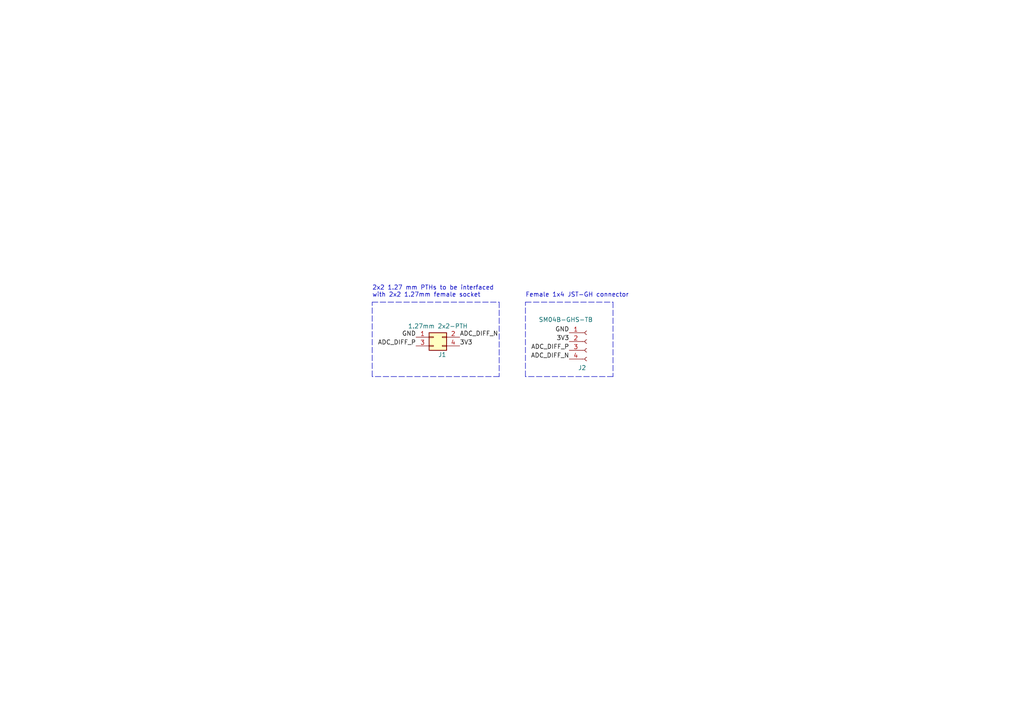
<source format=kicad_sch>
(kicad_sch (version 20211123) (generator eeschema)
  (paper "A4")
  (title_block (title "2x2 1.27mm socket to JST-GH Analog Adapter board") (date "2021-11-28") (rev "1") (comment 1 "Designed for AISLER 2-Layer Service") (comment 3 "Nguyen Vincent"))
  (lib_symbols
    (symbol "Connector:Conn_01x04_Female" (pin_names (offset 1.016) hide)
      (property "Reference" "J" (at 0 5.08 0))
      (property "Value" "Conn_01x04_Female" (at 0 -7.62 0))
      (symbol "Conn_01x04_Female_1_1"
        (arc (start 0 -4.572) (mid -0.508 -5.08) (end 0 -5.588) (stroke (width 0.1524)))
        (arc (start 0 -2.032) (mid -0.508 -2.54) (end 0 -3.048) (stroke (width 0.1524)))
        (polyline (pts (xy -1.27 -5.08) (xy -0.508 -5.08)) (stroke (width 0.1524)))
        (polyline (pts (xy -1.27 -2.54) (xy -0.508 -2.54)) (stroke (width 0.1524)))
        (polyline (pts (xy -1.27 0) (xy -0.508 0)) (stroke (width 0.1524)))
        (polyline (pts (xy -1.27 2.54) (xy -0.508 2.54)) (stroke (width 0.1524)))
        (arc (start 0 0.508) (mid -0.508 0) (end 0 -0.508) (stroke (width 0.1524)))
        (arc (start 0 3.048) (mid -0.508 2.54) (end 0 2.032) (stroke (width 0.1524)))
        (pin passive line (at -5.08 2.54 0) (length 3.81) (name "Pin_1") (number "1"))
        (pin passive line (at -5.08 0 0) (length 3.81) (name "Pin_2") (number "2"))
        (pin passive line (at -5.08 -2.54 0) (length 3.81) (name "Pin_3") (number "3"))
        (pin passive line (at -5.08 -5.08 0) (length 3.81) (name "Pin_4") (number "4"))
      )
    )
    (symbol "Connector_Generic:Conn_02x02_Odd_Even" (pin_names (offset 1.016) hide)
      (property "Reference" "J" (at 1.27 2.54 0))
      (property "Value" "Conn_02x02_Odd_Even" (at 1.27 -5.08 0))
      (symbol "Conn_02x02_Odd_Even_1_1"
        (rectangle (start -1.27 -2.413) (end 0 -2.667) (stroke (width 0.1524)))
        (rectangle (start -1.27 0.127) (end 0 -0.127) (stroke (width 0.1524)))
        (rectangle (start -1.27 1.27) (end 3.81 -3.81) (stroke (width 0.254)) (fill (type background)))
        (rectangle (start 3.81 -2.413) (end 2.54 -2.667) (stroke (width 0.1524)))
        (rectangle (start 3.81 0.127) (end 2.54 -0.127) (stroke (width 0.1524)))
        (pin passive line (at -5.08 0 0) (length 3.81) (name "Pin_1") (number "1"))
        (pin passive line (at 7.62 0 180) (length 3.81) (name "Pin_2") (number "2"))
        (pin passive line (at -5.08 -2.54 0) (length 3.81) (name "Pin_3") (number "3"))
        (pin passive line (at 7.62 -2.54 180) (length 3.81) (name "Pin_4") (number "4"))
      )
    )
  )
  (polyline (pts (xy 177.8 109.22) (xy 152.4 109.22)))
  (polyline (pts (xy 144.78 109.22) (xy 107.95 109.22)))
  (polyline (pts (xy 107.95 87.63) (xy 144.78 87.63)))
  (polyline (pts (xy 152.4 87.63) (xy 177.8 87.63)))
  (polyline (pts (xy 177.8 87.63) (xy 177.8 109.22)))
  (polyline (pts (xy 152.4 109.22) (xy 152.4 87.63)))
  (polyline (pts (xy 107.95 109.22) (xy 107.95 87.63)))
  (polyline (pts (xy 144.78 87.63) (xy 144.78 109.22)))
  (text "2x2 1.27 mm PTHs to be interfaced \nwith 2x2 1.27mm female socket" (at 107.95 86.36 0) (effects (font (size 1.27 1.27)) (justify left bottom)))
  (text "Female 1x4 JST-GH connector" (at 152.4 86.36 0) (effects (font (size 1.27 1.27)) (justify left bottom)))
  (label "GND" (at 165.1 96.52 180))
  (label "3V3" (at 133.35 100.33 0))
  (label "3V3" (at 165.1 99.06 180))
  (label "ADC_DIFF_P" (at 165.1 101.6 180))
  (label "ADC_DIFF_N" (at 133.35 97.79 0))
  (label "GND" (at 120.65 97.79 180))
  (label "ADC_DIFF_N" (at 165.1 104.14 180))
  (label "ADC_DIFF_P" (at 120.65 100.33 180))
  (symbol (lib_id "Connector:Conn_01x04_Female") (at 170.18 99.06 0) (unit 1)
    (property "Reference" "J2" (at 167.64 106.68 0) (effects (justify left)))
    (property "Value" "SM04B-GHS-TB" (at 156.21 92.71 0) (effects (justify left)))
    (property "Footprint" "Connector_JST:JST_GH_SM04B-GHS-TB_1x04-1MP_P1.25mm_Horizontal" (effects hide))
  )
  (symbol (lib_id "Connector_Generic:Conn_02x02_Odd_Even") (at 125.73 97.79 0) (unit 1)
    (property "Reference" "J1" (at 128.27 102.87 0))
    (property "Value" "1.27mm 2x2-PTH" (at 127 94.5896 0))
    (property "Footprint" "Connector_PinHeader_1.27mm:PinHeader_2x02_P1.27mm_Vertical" (effects hide))
  )
)
</source>
